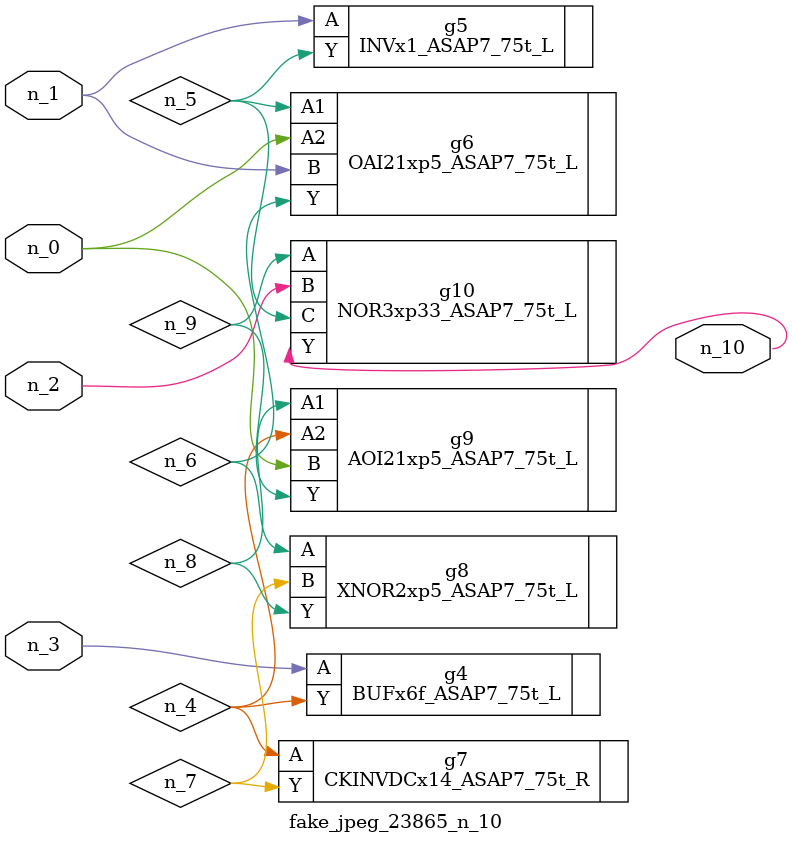
<source format=v>
module fake_jpeg_23865_n_10 (n_0, n_3, n_2, n_1, n_10);

input n_0;
input n_3;
input n_2;
input n_1;

output n_10;

wire n_4;
wire n_8;
wire n_9;
wire n_6;
wire n_5;
wire n_7;

BUFx6f_ASAP7_75t_L g4 ( 
.A(n_3),
.Y(n_4)
);

INVx1_ASAP7_75t_L g5 ( 
.A(n_1),
.Y(n_5)
);

OAI21xp5_ASAP7_75t_L g6 ( 
.A1(n_5),
.A2(n_0),
.B(n_1),
.Y(n_6)
);

XNOR2xp5_ASAP7_75t_L g8 ( 
.A(n_6),
.B(n_7),
.Y(n_8)
);

CKINVDCx14_ASAP7_75t_R g7 ( 
.A(n_4),
.Y(n_7)
);

AOI21xp5_ASAP7_75t_L g9 ( 
.A1(n_8),
.A2(n_4),
.B(n_0),
.Y(n_9)
);

NOR3xp33_ASAP7_75t_L g10 ( 
.A(n_9),
.B(n_2),
.C(n_5),
.Y(n_10)
);


endmodule
</source>
